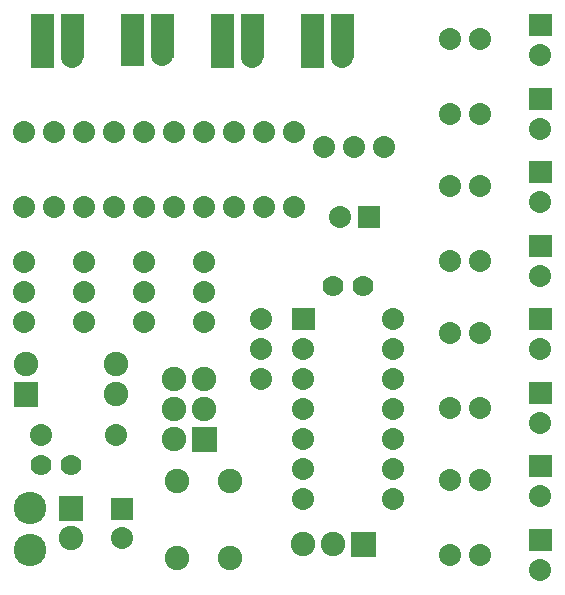
<source format=gbr>
G04 start of page 6 for group -4063 idx -4063 *
G04 Title: Zab-Let V2, componentmask *
G04 Creator: pcb 20110918 *
G04 CreationDate: Fri 21 Dec 2012 01:58:23 PM GMT UTC *
G04 For: bertho *
G04 Format: Gerber/RS-274X *
G04 PCB-Dimensions: 325000 225000 *
G04 PCB-Coordinate-Origin: lower left *
%MOIN*%
%FSLAX25Y25*%
%LNTOPMASK*%
%ADD42R,0.0735X0.0735*%
%ADD41C,0.1084*%
%ADD40C,0.0814*%
%ADD39C,0.0735*%
%ADD38C,0.0001*%
%ADD37C,0.0700*%
G54D37*X37500Y61000D03*
G54D38*G36*
X50825Y50096D02*Y42746D01*
X58175D01*
Y50096D01*
X50825D01*
G37*
G54D39*X54500Y36579D03*
G54D38*G36*
X33432Y50568D02*Y42432D01*
X41568D01*
Y50568D01*
X33432D01*
G37*
G54D40*X37500Y36500D03*
G54D38*G36*
X190325Y88675D02*Y81325D01*
X197675D01*
Y88675D01*
X190325D01*
G37*
G54D39*X194000Y75000D03*
G54D38*G36*
X190325Y113175D02*Y105825D01*
X197675D01*
Y113175D01*
X190325D01*
G37*
G54D39*X194000Y99500D03*
G54D38*G36*
X190325Y137675D02*Y130325D01*
X197675D01*
Y137675D01*
X190325D01*
G37*
G54D39*X194000Y124000D03*
G54D38*G36*
X190325Y162175D02*Y154825D01*
X197675D01*
Y162175D01*
X190325D01*
G37*
G54D39*X194000Y148500D03*
G54D38*G36*
X190325Y39675D02*Y32325D01*
X197675D01*
Y39675D01*
X190325D01*
G37*
G54D39*X194000Y26000D03*
G54D38*G36*
X190325Y64175D02*Y56825D01*
X197675D01*
Y64175D01*
X190325D01*
G37*
G54D39*X194000Y50500D03*
G54D38*G36*
X190325Y186675D02*Y179325D01*
X197675D01*
Y186675D01*
X190325D01*
G37*
G54D39*X194000Y173000D03*
G54D38*G36*
X190325Y211175D02*Y203825D01*
X197675D01*
Y211175D01*
X190325D01*
G37*
G54D39*X194000Y197500D03*
X164000Y178000D03*
X174000D03*
X164000Y154000D03*
X174000D03*
X164000Y203000D03*
X174000D03*
X82000Y108500D03*
Y118500D03*
Y128500D03*
X62000Y108500D03*
Y118500D03*
Y128500D03*
X102000Y147000D03*
X92000D03*
X72000D03*
X82000D03*
X62000D03*
X112000D03*
G54D37*X125000Y120500D03*
X135000D03*
G54D38*G36*
X133246Y147175D02*Y139825D01*
X140596D01*
Y147175D01*
X133246D01*
G37*
G54D39*X127079Y143500D03*
G54D40*X90500Y55500D03*
G54D39*X101000Y89500D03*
Y99500D03*
Y109500D03*
G54D40*X72800Y55500D03*
X90500Y29900D03*
X72800D03*
G54D38*G36*
X111325Y113175D02*Y105825D01*
X118675D01*
Y113175D01*
X111325D01*
G37*
G54D39*X115000Y99500D03*
Y89500D03*
Y79500D03*
Y69500D03*
G54D38*G36*
X130932Y38568D02*Y30432D01*
X139068D01*
Y38568D01*
X130932D01*
G37*
G54D39*X145000Y49500D03*
Y59500D03*
G54D40*X125000Y34500D03*
X115000D03*
G54D39*Y59500D03*
Y49500D03*
X145000Y69500D03*
Y79500D03*
Y89500D03*
Y99500D03*
Y109500D03*
X164000Y105000D03*
X174000D03*
X164000Y129000D03*
X174000D03*
X164000Y31000D03*
Y56000D03*
X174000Y31000D03*
Y56000D03*
X164000Y80000D03*
X174000D03*
X27500Y71000D03*
G54D38*G36*
X18432Y88568D02*Y80432D01*
X26568D01*
Y88568D01*
X18432D01*
G37*
G54D40*X22500Y94500D03*
G54D39*X52500Y71000D03*
G54D40*Y84500D03*
Y94500D03*
G54D39*X52000Y147000D03*
G54D37*X27500Y61000D03*
G54D41*X24000Y46500D03*
Y32500D03*
G54D38*G36*
X77932Y73568D02*Y65432D01*
X86068D01*
Y73568D01*
X77932D01*
G37*
G54D40*X72000Y69500D03*
X82000Y79500D03*
X72000D03*
X82000Y89500D03*
X72000D03*
G54D39*X42000Y108500D03*
X22000D03*
Y118500D03*
Y128500D03*
X42000Y118500D03*
Y128500D03*
X32000Y147000D03*
X42000D03*
X22000D03*
G54D38*G36*
X54325Y201175D02*Y193825D01*
X61675D01*
Y201175D01*
X54325D01*
G37*
G54D39*X68000Y197500D03*
G54D38*G36*
X24325Y200675D02*Y193325D01*
X31675D01*
Y200675D01*
X24325D01*
G37*
G54D39*X38000Y197000D03*
G54D38*G36*
X114325Y200675D02*Y193325D01*
X121675D01*
Y200675D01*
X114325D01*
G37*
G54D39*X128000Y197000D03*
G54D38*G36*
X84325Y200675D02*Y193325D01*
X91675D01*
Y200675D01*
X84325D01*
G37*
G54D39*X98000Y197000D03*
X142000Y167000D03*
X132000D03*
X122000D03*
X112000Y172000D03*
X102000D03*
X92000D03*
X72000D03*
X82000D03*
X62000D03*
X52000D03*
X42000D03*
X32000D03*
X22000D03*
G54D42*X68000Y207500D02*Y200175D01*
X88000Y207500D02*Y200175D01*
X98000Y207500D02*Y200175D01*
X118000Y207500D02*Y200175D01*
X28000Y207500D02*Y200175D01*
X38000Y207500D02*Y200175D01*
X58000Y207500D02*Y200175D01*
X128000Y207500D02*Y200175D01*
M02*

</source>
